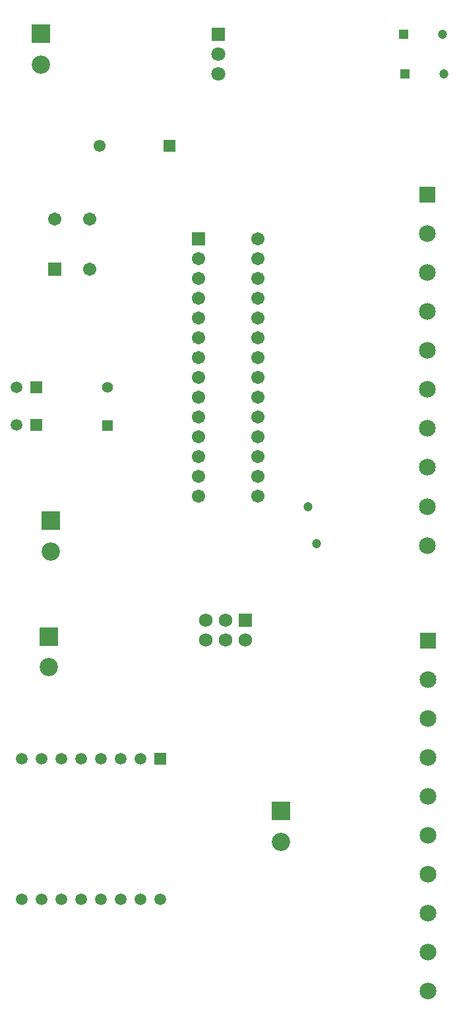
<source format=gts>
G04*
G04 #@! TF.GenerationSoftware,Altium Limited,Altium Designer,24.0.1 (36)*
G04*
G04 Layer_Color=8388736*
%FSLAX44Y44*%
%MOMM*%
G71*
G04*
G04 #@! TF.SameCoordinates,AD72D708-2F1B-4BA6-821B-E73127EA62D2*
G04*
G04*
G04 #@! TF.FilePolarity,Negative*
G04*
G01*
G75*
%ADD16R,1.2000X1.2000*%
%ADD17C,1.2000*%
%ADD18C,1.7032*%
%ADD19R,1.7032X1.7032*%
%ADD20R,1.7032X1.7032*%
%ADD21C,2.3532*%
%ADD22R,2.3532X2.3532*%
%ADD23C,1.8032*%
%ADD24R,1.8032X1.8032*%
%ADD25C,1.5112*%
%ADD26R,1.5112X1.5112*%
%ADD27R,2.1532X2.1532*%
%ADD28C,2.1532*%
%ADD29R,1.5532X1.5532*%
%ADD30C,1.5532*%
%ADD31C,1.7532*%
%ADD32R,1.7532X1.7532*%
%ADD33R,1.5032X1.5032*%
%ADD34C,1.5032*%
%ADD35R,1.4032X1.4032*%
%ADD36C,1.4032*%
%ADD37C,1.2032*%
D16*
X599840Y1333500D02*
D03*
X601110Y1282700D02*
D03*
D17*
X649840Y1333500D02*
D03*
X651110Y1282700D02*
D03*
D18*
X151490Y1096760D02*
D03*
X196490D02*
D03*
Y1031760D02*
D03*
X412750Y740410D02*
D03*
Y765810D02*
D03*
Y791210D02*
D03*
Y816610D02*
D03*
Y842010D02*
D03*
Y867410D02*
D03*
Y892810D02*
D03*
Y918210D02*
D03*
Y943610D02*
D03*
Y969010D02*
D03*
Y994410D02*
D03*
Y1019810D02*
D03*
Y1045210D02*
D03*
Y1070610D02*
D03*
X336550Y740410D02*
D03*
Y765810D02*
D03*
Y791210D02*
D03*
Y816610D02*
D03*
Y842010D02*
D03*
Y867410D02*
D03*
Y892810D02*
D03*
Y918210D02*
D03*
Y943610D02*
D03*
Y969010D02*
D03*
Y994410D02*
D03*
Y1019810D02*
D03*
Y1045210D02*
D03*
D19*
X151490Y1031760D02*
D03*
D20*
X336550Y1070610D02*
D03*
D21*
X146080Y669810D02*
D03*
X143540Y521220D02*
D03*
X441960Y297180D02*
D03*
X133380Y1294650D02*
D03*
D22*
X146080Y709410D02*
D03*
X143540Y560820D02*
D03*
X441960Y336780D02*
D03*
X133380Y1334250D02*
D03*
D23*
X361950Y1282700D02*
D03*
Y1308100D02*
D03*
D24*
Y1333500D02*
D03*
D25*
X210820Y403860D02*
D03*
X185420D02*
D03*
X210820Y223520D02*
D03*
X185420D02*
D03*
X160020Y403860D02*
D03*
X236220D02*
D03*
Y223520D02*
D03*
X160020D02*
D03*
X261620Y403860D02*
D03*
Y223520D02*
D03*
X134620Y403860D02*
D03*
Y223520D02*
D03*
X287020D02*
D03*
X109220Y403860D02*
D03*
Y223520D02*
D03*
D26*
X287020Y403860D02*
D03*
D27*
X631190Y555460D02*
D03*
X629920Y1127570D02*
D03*
D28*
X631190Y505460D02*
D03*
Y455460D02*
D03*
Y405460D02*
D03*
Y355460D02*
D03*
Y305460D02*
D03*
Y255460D02*
D03*
Y205460D02*
D03*
Y155460D02*
D03*
Y105460D02*
D03*
X629920Y1077570D02*
D03*
Y1027570D02*
D03*
Y977570D02*
D03*
Y927570D02*
D03*
Y877570D02*
D03*
Y827570D02*
D03*
Y777570D02*
D03*
Y727570D02*
D03*
Y677570D02*
D03*
D29*
X299000Y1189990D02*
D03*
D30*
X209000D02*
D03*
D31*
X345440Y556260D02*
D03*
X370840D02*
D03*
X396240D02*
D03*
X345440Y581660D02*
D03*
X370840D02*
D03*
D32*
X396240D02*
D03*
D33*
X128270Y880110D02*
D03*
Y831850D02*
D03*
D34*
X102870Y880110D02*
D03*
Y831850D02*
D03*
D35*
X219710Y831310D02*
D03*
D36*
Y880110D02*
D03*
D37*
X487680Y679450D02*
D03*
X476758Y727202D02*
D03*
M02*

</source>
